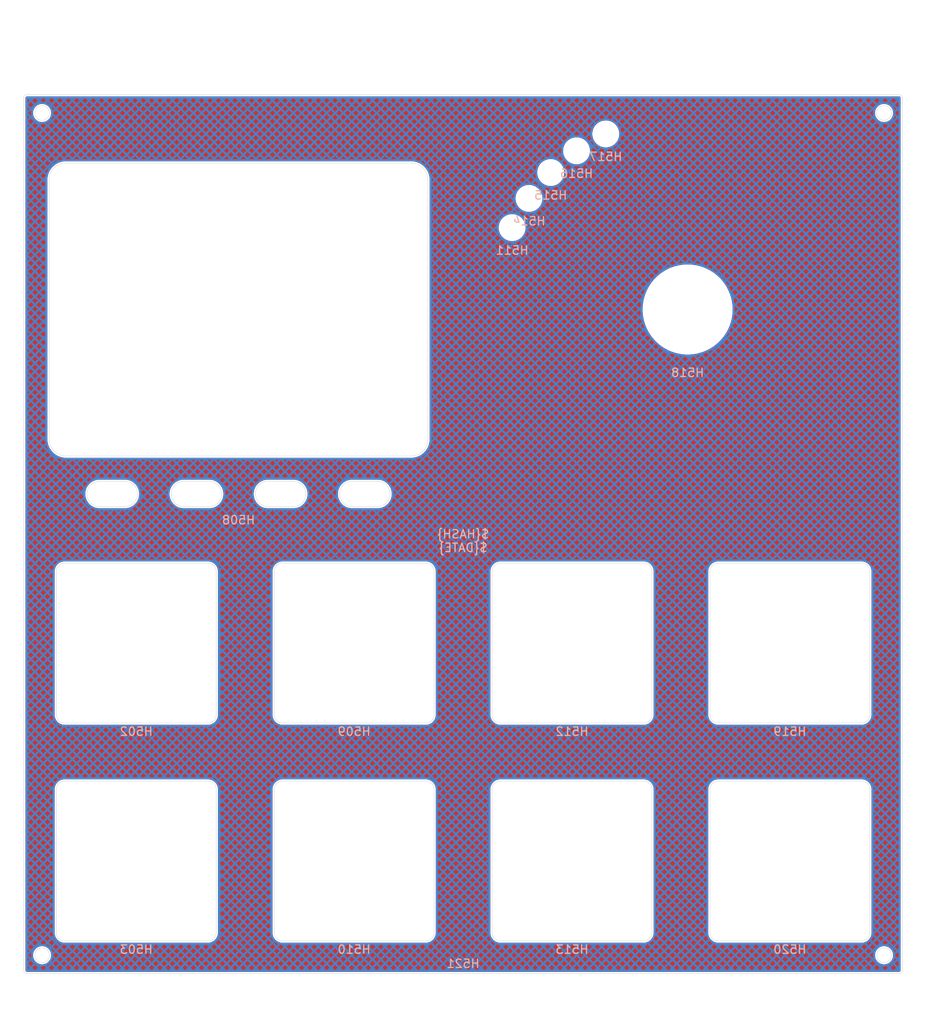
<source format=kicad_pcb>
(kicad_pcb (version 20240108) (generator "pcbnew") (generator_version "8.0")
  (layers (0 "F.Cu" signal) (31 "B.Cu" signal) (34 "B.Paste" user) (35 "F.Paste" user) (36 "B.SilkS" user "B.Silkscreen") (37 "F.SilkS" user "F.Silkscreen") (38 "B.Mask" user) (39 "F.Mask" user) (44 "Edge.Cuts" user))
  (net 0 "")
  (footprint "suku_basics:FP_LED" (layer "F.Cu") (at 105.824921 63.60978)
    (property "Reference" "H511" (at 0 2.7 0) (layer "B.SilkS") (effects (justify mirror)))
    (property "Value" "LED")
    (pad "" np_thru_hole circle (at 0 0 90) (size 1.5 1.5) (drill 3) (layers "F&B.Cu" "*.Mask"))
  )
  (footprint "suku_basics:FP_SCREEN" (layer "F.Cu") (at 73.33 73.33)
    (property "Reference" "H508" (at 0 25 0) (layer "B.SilkS") (effects (justify mirror)))
    (property "Value" "Screen")
    (fp_line (start -22.5 15.4) (end -22.5 -15.4) (stroke (width 0.05)) (layer "Edge.Cuts"))
    (fp_line (start -20.5 -17.4) (end 20.5 -17.4) (stroke (width 0.05)) (layer "Edge.Cuts"))
    (fp_line (start -16.5 20.4) (end -13.5 20.4) (stroke (width 0.05)) (layer "Edge.Cuts"))
    (fp_line (start -13.5 23.4) (end -16.5 23.4) (stroke (width 0.05)) (layer "Edge.Cuts"))
    (fp_line (start -6.5 20.4) (end -3.5 20.4) (stroke (width 0.05)) (layer "Edge.Cuts"))
    (fp_line (start -3.5 23.4) (end -6.5 23.4) (stroke (width 0.05)) (layer "Edge.Cuts"))
    (fp_line (start 3.5 20.4) (end 6.5 20.4) (stroke (width 0.05)) (layer "Edge.Cuts"))
    (fp_line (start 6.5 23.4) (end 3.5 23.4) (stroke (width 0.05)) (layer "Edge.Cuts"))
    (fp_line (start 13.5 20.4) (end 16.5 20.4) (stroke (width 0.05)) (layer "Edge.Cuts"))
    (fp_line (start 16.5 23.4) (end 13.5 23.4) (stroke (width 0.05)) (layer "Edge.Cuts"))
    (fp_line (start 20.5 17.4) (end -20.5 17.4) (stroke (width 0.05)) (layer "Edge.Cuts"))
    (fp_line (start 22.5 -15.4) (end 22.5 15.4) (stroke (width 0.05)) (layer "Edge.Cuts"))
    (fp_arc (start -22.5 -15.4) (mid -21.914214 -16.814214) (end -20.5 -17.4) (stroke (width 0.05)) (layer "Edge.Cuts"))
    (fp_arc (start -20.5 17.4) (mid -21.914214 16.814214) (end -22.5 15.4) (stroke (width 0.05)) (layer "Edge.Cuts"))
    (fp_arc (start -18 21.9) (mid -17.56066 20.83934) (end -16.5 20.4) (stroke (width 0.05)) (layer "Edge.Cuts"))
    (fp_arc (start -16.5 23.4) (mid -17.56066 22.96066) (end -18 21.9) (stroke (width 0.05)) (layer "Edge.Cuts"))
    (fp_arc (start -13.5 20.4) (mid -12.43934 20.83934) (end -12 21.9) (stroke (width 0.05)) (layer "Edge.Cuts"))
    (fp_arc (start -12 21.9) (mid -12.43934 22.96066) (end -13.5 23.4) (stroke (width 0.05)) (layer "Edge.Cuts"))
    (fp_arc (start -8 21.9) (mid -7.56066 20.83934) (end -6.5 20.4) (stroke (width 0.05)) (layer "Edge.Cuts"))
    (fp_arc (start -6.5 23.4) (mid -7.56066 22.96066) (end -8 21.9) (stroke (width 0.05)) (layer "Edge.Cuts"))
    (fp_arc (start -3.5 20.4) (mid -2.43934 20.83934) (end -2 21.9) (stroke (width 0.05)) (layer "Edge.Cuts"))
    (fp_arc (start -2 21.9) (mid -2.43934 22.96066) (end -3.5 23.4) (stroke (width 0.05)) (layer "Edge.Cuts"))
    (fp_arc (start 2 21.9) (mid 2.43934 20.83934) (end 3.5 20.4) (stroke (width 0.05)) (layer "Edge.Cuts"))
    (fp_arc (start 3.5 23.4) (mid 2.43934 22.96066) (end 2 21.9) (stroke (width 0.05)) (layer "Edge.Cuts"))
    (fp_arc (start 6.5 20.4) (mid 7.56066 20.83934) (end 8 21.9) (stroke (width 0.05)) (layer "Edge.Cuts"))
    (fp_arc (start 8 21.9) (mid 7.56066 22.96066) (end 6.5 23.4) (stroke (width 0.05)) (layer "Edge.Cuts"))
    (fp_arc (start 12 21.9) (mid 12.43934 20.83934) (end 13.5 20.4) (stroke (width 0.05)) (layer "Edge.Cuts"))
    (fp_arc (start 13.5 23.4) (mid 12.43934 22.96066) (end 12 21.9) (stroke (width 0.05)) (layer "Edge.Cuts"))
    (fp_arc (start 16.5 20.4) (mid 17.56066 20.83934) (end 18 21.9) (stroke (width 0.05)) (layer "Edge.Cuts"))
    (fp_arc (start 18 21.9) (mid 17.56066 22.96066) (end 16.5 23.4) (stroke (width 0.05)) (layer "Edge.Cuts"))
    (fp_arc (start 20.5 -17.4) (mid 21.914214 -16.814214) (end 22.5 -15.4) (stroke (width 0.05)) (layer "Edge.Cuts"))
    (fp_arc (start 22.5 15.4) (mid 21.914214 16.814214) (end 20.5 17.4) (stroke (width 0.05)) (layer "Edge.Cuts"))
  )
  (footprint "suku_basics:FP_LED" (layer "F.Cu") (at 107.829503 60.137742)
    (property "Reference" "H514" (at 0 2.7 0) (layer "B.SilkS") (effects (justify mirror)))
    (property "Value" "LED")
    (pad "" np_thru_hole circle (at 0 0 90) (size 1.5 1.5) (drill 3) (layers "F&B.Cu" "*.Mask"))
  )
  (footprint "suku_basics:FP_BUTTON" (layer "F.Cu") (at 61.185625 112.938125)
    (property "Reference" "H502" (at 0 10.5 0) (layer "B.SilkS") (effects (justify mirror)))
    (property "Value" "Button")
    (fp_line (start -9.5 8.5) (end -9.5 -8.5) (stroke (width 0.05)) (layer "Edge.Cuts"))
    (fp_line (start -8.5 -9.5) (end 8.5 -9.5) (stroke (width 0.05)) (layer "Edge.Cuts"))
    (fp_line (start 8.5 9.5) (end -8.5 9.5) (stroke (width 0.05)) (layer "Edge.Cuts"))
    (fp_line (start 9.5 -8.5) (end 9.5 8.5) (stroke (width 0.05)) (layer "Edge.Cuts"))
    (fp_arc (start -9.5 -8.5) (mid -9.207089 -9.207089) (end -8.5 -9.5) (stroke (width 0.05)) (layer "Edge.Cuts"))
    (fp_arc (start -8.5 9.5) (mid -9.207114 9.207114) (end -9.5 8.5) (stroke (width 0.05)) (layer "Edge.Cuts"))
    (fp_arc (start 8.5 -9.5) (mid 9.207107 -9.207107) (end 9.5 -8.5) (stroke (width 0.05)) (layer "Edge.Cuts"))
    (fp_arc (start 9.5 8.5) (mid 9.207124 9.207124) (end 8.5 9.5) (stroke (width 0.05)) (layer "Edge.Cuts"))
  )
  (footprint "suku_basics:FP_OUTLINE" (layer "F.Cu") (at 100 100)
    (property "Reference" "H521" (at 0 51 0) (layer "B.SilkS") (effects (justify mirror)))
    (property "Value" "Outline")
    (fp_line (start -52.175 51.8) (end -52.175 -51.8) (stroke (width 0.05)) (layer "Edge.Cuts"))
    (fp_line (start -51.8 -52.175) (end 51.8 -52.175) (stroke (width 0.05)) (layer "Edge.Cuts"))
    (fp_line (start 51.8 52.175) (end -51.8 52.175) (stroke (width 0.05)) (layer "Edge.Cuts"))
    (fp_line (start 52.175 -51.8) (end 52.175 51.8) (stroke (width 0.05)) (layer "Edge.Cuts"))
    (fp_arc (start -52.175 -51.8) (mid -52.065165 -52.065165) (end -51.8 -52.175) (stroke (width 0.05)) (layer "Edge.Cuts"))
    (fp_arc (start -51.8 52.175) (mid -52.065165 52.065165) (end -52.175 51.8) (stroke (width 0.05)) (layer "Edge.Cuts"))
    (fp_arc (start 51.8 -52.175) (mid 52.065165 -52.065165) (end 52.175 -51.8) (stroke (width 0.05)) (layer "Edge.Cuts"))
    (fp_arc (start 52.175 51.8) (mid 52.065165 52.065165) (end 51.8 52.175) (stroke (width 0.05)) (layer "Edge.Cuts"))
    (fp_circle (center -50 -50) (end -49.125 -50) (stroke (width 0.05)) (fill none) (layer "Edge.Cuts"))
    (fp_circle (center -50 50) (end -49.125 50) (stroke (width 0.05)) (fill none) (layer "Edge.Cuts"))
    (fp_circle (center 50 -50) (end 50.875 -50) (stroke (width 0.05)) (fill none) (layer "Edge.Cuts"))
    (fp_circle (center 50 50) (end 50.875 50) (stroke (width 0.05)) (fill none) (layer "Edge.Cuts"))
  )
  (footprint "suku_basics:FP_BUTTON" (layer "F.Cu") (at 87.061875 112.938125)
    (property "Reference" "H509" (at 0 10.5 0) (layer "B.SilkS") (effects (justify mirror)))
    (property "Value" "Button")
    (fp_line (start -9.5 8.5) (end -9.5 -8.5) (stroke (width 0.05)) (layer "Edge.Cuts"))
    (fp_line (start -8.5 -9.5) (end 8.5 -9.5) (stroke (width 0.05)) (layer "Edge.Cuts"))
    (fp_line (start 8.5 9.5) (end -8.5 9.5) (stroke (width 0.05)) (layer "Edge.Cuts"))
    (fp_line (start 9.5 -8.5) (end 9.5 8.5) (stroke (width 0.05)) (layer "Edge.Cuts"))
    (fp_arc (start -9.5 -8.5) (mid -9.207089 -9.207089) (end -8.5 -9.5) (stroke (width 0.05)) (layer "Edge.Cuts"))
    (fp_arc (start -8.5 9.5) (mid -9.207114 9.207114) (end -9.5 8.5) (stroke (width 0.05)) (layer "Edge.Cuts"))
    (fp_arc (start 8.5 -9.5) (mid 9.207107 -9.207107) (end 9.5 -8.5) (stroke (width 0.05)) (layer "Edge.Cuts"))
    (fp_arc (start 9.5 8.5) (mid 9.207124 9.207124) (end 8.5 9.5) (stroke (width 0.05)) (layer "Edge.Cuts"))
  )
  (footprint "suku_basics:FP_LED" (layer "F.Cu") (at 116.94978 52.484921)
    (property "Reference" "H517" (at 0 2.7 0) (layer "B.SilkS") (effects (justify mirror)))
    (property "Value" "LED")
    (pad "" np_thru_hole circle (at 0 0 90) (size 1.5 1.5) (drill 3) (layers "F&B.Cu" "*.Mask"))
  )
  (footprint "suku_basics:FP_BUTTON" (layer "F.Cu") (at 61.185625 138.814375)
    (property "Reference" "H503" (at 0 10.5 0) (layer "B.SilkS") (effects (justify mirror)))
    (property "Value" "Button")
    (fp_line (start -9.5 8.5) (end -9.5 -8.5) (stroke (width 0.05)) (layer "Edge.Cuts"))
    (fp_line (start -8.5 -9.5) (end 8.5 -9.5) (stroke (width 0.05)) (layer "Edge.Cuts"))
    (fp_line (start 8.5 9.5) (end -8.5 9.5) (stroke (width 0.05)) (layer "Edge.Cuts"))
    (fp_line (start 9.5 -8.5) (end 9.5 8.5) (stroke (width 0.05)) (layer "Edge.Cuts"))
    (fp_arc (start -9.5 -8.5) (mid -9.207089 -9.207089) (end -8.5 -9.5) (stroke (width 0.05)) (layer "Edge.Cuts"))
    (fp_arc (start -8.5 9.5) (mid -9.207114 9.207114) (end -9.5 8.5) (stroke (width 0.05)) (layer "Edge.Cuts"))
    (fp_arc (start 8.5 -9.5) (mid 9.207107 -9.207107) (end 9.5 -8.5) (stroke (width 0.05)) (layer "Edge.Cuts"))
    (fp_arc (start 9.5 8.5) (mid 9.207124 9.207124) (end 8.5 9.5) (stroke (width 0.05)) (layer "Edge.Cuts"))
  )
  (footprint "suku_basics:FP_BUTTON" (layer "F.Cu") (at 112.938125 138.814375)
    (property "Reference" "H513" (at 0 10.5 0) (layer "B.SilkS") (effects (justify mirror)))
    (property "Value" "Button")
    (fp_line (start -9.5 8.5) (end -9.5 -8.5) (stroke (width 0.05)) (layer "Edge.Cuts"))
    (fp_line (start -8.5 -9.5) (end 8.5 -9.5) (stroke (width 0.05)) (layer "Edge.Cuts"))
    (fp_line (start 8.5 9.5) (end -8.5 9.5) (stroke (width 0.05)) (layer "Edge.Cuts"))
    (fp_line (start 9.5 -8.5) (end 9.5 8.5) (stroke (width 0.05)) (layer "Edge.Cuts"))
    (fp_arc (start -9.5 -8.5) (mid -9.207089 -9.207089) (end -8.5 -9.5) (stroke (width 0.05)) (layer "Edge.Cuts"))
    (fp_arc (start -8.5 9.5) (mid -9.207114 9.207114) (end -9.5 8.5) (stroke (width 0.05)) (layer "Edge.Cuts"))
    (fp_arc (start 8.5 -9.5) (mid 9.207107 -9.207107) (end 9.5 -8.5) (stroke (width 0.05)) (layer "Edge.Cuts"))
    (fp_arc (start 9.5 8.5) (mid 9.207124 9.207124) (end 8.5 9.5) (stroke (width 0.05)) (layer "Edge.Cuts"))
  )
  (footprint "suku_basics:FP_LED" (layer "F.Cu") (at 110.406544 57.066544)
    (property "Reference" "H515" (at 0 2.7 0) (layer "B.SilkS") (effects (justify mirror)))
    (property "Value" "LED")
    (pad "" np_thru_hole circle (at 0 0 90) (size 1.5 1.5) (drill 3) (layers "F&B.Cu" "*.Mask"))
  )
  (footprint "suku_basics:FP_BUTTON" (layer "F.Cu") (at 138.814375 112.938125)
    (property "Reference" "H519" (at 0 10.5 0) (layer "B.SilkS") (effects (justify mirror)))
    (property "Value" "Button")
    (fp_line (start -9.5 8.5) (end -9.5 -8.5) (stroke (width 0.05)) (layer "Edge.Cuts"))
    (fp_line (start -8.5 -9.5) (end 8.5 -9.5) (stroke (width 0.05)) (layer "Edge.Cuts"))
    (fp_line (start 8.5 9.5) (end -8.5 9.5) (stroke (width 0.05)) (layer "Edge.Cuts"))
    (fp_line (start 9.5 -8.5) (end 9.5 8.5) (stroke (width 0.05)) (layer "Edge.Cuts"))
    (fp_arc (start -9.5 -8.5) (mid -9.207089 -9.207089) (end -8.5 -9.5) (stroke (width 0.05)) (layer "Edge.Cuts"))
    (fp_arc (start -8.5 9.5) (mid -9.207114 9.207114) (end -9.5 8.5) (stroke (width 0.05)) (layer "Edge.Cuts"))
    (fp_arc (start 8.5 -9.5) (mid 9.207107 -9.207107) (end 9.5 -8.5) (stroke (width 0.05)) (layer "Edge.Cuts"))
    (fp_arc (start 9.5 8.5) (mid 9.207124 9.207124) (end 8.5 9.5) (stroke (width 0.05)) (layer "Edge.Cuts"))
  )
  (footprint "suku_basics:FP_LED" (layer "F.Cu") (at 113.477742 54.489503)
    (property "Reference" "H516" (at 0 2.7 0) (layer "B.SilkS") (effects (justify mirror)))
    (property "Value" "LED")
    (pad "" np_thru_hole circle (at 0 0 90) (size 1.5 1.5) (drill 3) (layers "F&B.Cu" "*.Mask"))
  )
  (footprint "suku_basics:FP_BUTTON" (layer "F.Cu") (at 138.814375 138.814375)
    (property "Reference" "H520" (at 0 10.5 0) (layer "B.SilkS") (effects (justify mirror)))
    (property "Value" "Button")
    (fp_line (start -9.5 8.5) (end -9.5 -8.5) (stroke (width 0.05)) (layer "Edge.Cuts"))
    (fp_line (start -8.5 -9.5) (end 8.5 -9.5) (stroke (width 0.05)) (layer "Edge.Cuts"))
    (fp_line (start 8.5 9.5) (end -8.5 9.5) (stroke (width 0.05)) (layer "Edge.Cuts"))
    (fp_line (start 9.5 -8.5) (end 9.5 8.5) (stroke (width 0.05)) (layer "Edge.Cuts"))
    (fp_arc (start -9.5 -8.5) (mid -9.207089 -9.207089) (end -8.5 -9.5) (stroke (width 0.05)) (layer "Edge.Cuts"))
    (fp_arc (start -8.5 9.5) (mid -9.207114 9.207114) (end -9.5 8.5) (stroke (width 0.05)) (layer "Edge.Cuts"))
    (fp_arc (start 8.5 -9.5) (mid 9.207107 -9.207107) (end 9.5 -8.5) (stroke (width 0.05)) (layer "Edge.Cuts"))
    (fp_arc (start 9.5 8.5) (mid 9.207124 9.207124) (end 8.5 9.5) (stroke (width 0.05)) (layer "Edge.Cuts"))
  )
  (footprint "suku_basics:FP_BUTTON" (layer "F.Cu") (at 87.061875 138.814375)
    (property "Reference" "H510" (at 0 10.5 0) (layer "B.SilkS") (effects (justify mirror)))
    (property "Value" "Button")
    (fp_line (start -9.5 8.5) (end -9.5 -8.5) (stroke (width 0.05)) (layer "Edge.Cuts"))
    (fp_line (start -8.5 -9.5) (end 8.5 -9.5) (stroke (width 0.05)) (layer "Edge.Cuts"))
    (fp_line (start 8.5 9.5) (end -8.5 9.5) (stroke (width 0.05)) (layer "Edge.Cuts"))
    (fp_line (start 9.5 -8.5) (end 9.5 8.5) (stroke (width 0.05)) (layer "Edge.Cuts"))
    (fp_arc (start -9.5 -8.5) (mid -9.207089 -9.207089) (end -8.5 -9.5) (stroke (width 0.05)) (layer "Edge.Cuts"))
    (fp_arc (start -8.5 9.5) (mid -9.207114 9.207114) (end -9.5 8.5) (stroke (width 0.05)) (layer "Edge.Cuts"))
    (fp_arc (start 8.5 -9.5) (mid 9.207107 -9.207107) (end 9.5 -8.5) (stroke (width 0.05)) (layer "Edge.Cuts"))
    (fp_arc (start 9.5 8.5) (mid 9.207124 9.207124) (end 8.5 9.5) (stroke (width 0.05)) (layer "Edge.Cuts"))
  )
  (footprint "suku_basics:FP_ENDLESS" (layer "F.Cu") (at 126.67 73.33)
    (property "Reference" "H518" (at 0 7.5 0) (layer "B.SilkS") (effects (justify mirror)))
    (property "Value" "Endless")
    (pad "" np_thru_hole circle (at 0 0 90) (size 1.5 1.5) (drill 10.5) (layers "F&B.Cu" "*.Mask"))
  )
  (footprint "suku_basics:FP_BUTTON" (layer "F.Cu") (at 112.938125 112.938125)
    (property "Reference" "H512" (at 0 10.5 0) (layer "B.SilkS") (effects (justify mirror)))
    (property "Value" "Button")
    (fp_line (start -9.5 8.5) (end -9.5 -8.5) (stroke (width 0.05)) (layer "Edge.Cuts"))
    (fp_line (start -8.5 -9.5) (end 8.5 -9.5) (stroke (width 0.05)) (layer "Edge.Cuts"))
    (fp_line (start 8.5 9.5) (end -8.5 9.5) (stroke (width 0.05)) (layer "Edge.Cuts"))
    (fp_line (start 9.5 -8.5) (end 9.5 8.5) (stroke (width 0.05)) (layer "Edge.Cuts"))
    (fp_arc (start -9.5 -8.5) (mid -9.207089 -9.207089) (end -8.5 -9.5) (stroke (width 0.05)) (layer "Edge.Cuts"))
    (fp_arc (start -8.5 9.5) (mid -9.207114 9.207114) (end -9.5 8.5) (stroke (width 0.05)) (layer "Edge.Cuts"))
    (fp_arc (start 8.5 -9.5) (mid 9.207107 -9.207107) (end 9.5 -8.5) (stroke (width 0.05)) (layer "Edge.Cuts"))
    (fp_arc (start 9.5 8.5) (mid 9.207124 9.207124) (end 8.5 9.5) (stroke (width 0.05)) (layer "Edge.Cuts"))
  )
  (gr_text "${PROJECTNAME}\n${HASH}\n${DATE}" (at 100 100 0) (layer "B.SilkS") (effects (font (size 1 1)) (justify mirror)))
  (zone (net 0) (net_name "") (layer "F.Cu") (connect_pads (clearance 0.254)) (min_thickness 0.1524) (fill yes (thermal_gap 0.508) (thermal_bridge_width 0.254) (island_removal_mode 1) (island_area_min 10))
    (polygon (pts (xy 45 45) (xy 54 45) (xy 55 41) (xy 57 41) (xy 58 45) (xy 155 45) (xy 155 155) (xy 45 155)))
  )
  (zone (net 0) (net_name "") (layer "B.Cu") (connect_pads (clearance 0.254)) (min_thickness 0.1524) (fill yes (mode hatch) (thermal_gap 0.508) (thermal_bridge_width 0.254) (island_removal_mode 1) (island_area_min 10) (hatch_thickness 0.25) (hatch_gap 0.45) (hatch_orientation 45) (hatch_border_algorithm hatch_thickness) (hatch_min_hole_area 0.3))
    (polygon (pts (xy 45 45) (xy 46 41) (xy 48 41) (xy 49 45) (xy 155 45) (xy 155 155) (xy 45 155)))
  )
)
</source>
